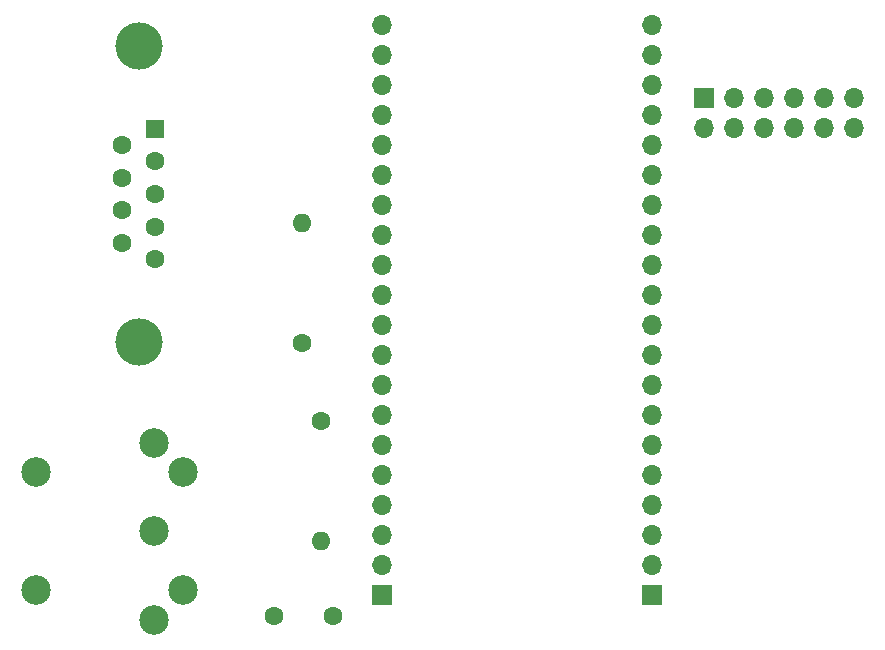
<source format=gbr>
%TF.GenerationSoftware,KiCad,Pcbnew,7.0.11+1*%
%TF.CreationDate,2024-06-05T10:26:47+01:00*%
%TF.ProjectId,nanoshield,6e616e6f-7368-4696-956c-642e6b696361,rev?*%
%TF.SameCoordinates,Original*%
%TF.FileFunction,Soldermask,Top*%
%TF.FilePolarity,Negative*%
%FSLAX46Y46*%
G04 Gerber Fmt 4.6, Leading zero omitted, Abs format (unit mm)*
G04 Created by KiCad (PCBNEW 7.0.11+1) date 2024-06-05 10:26:47*
%MOMM*%
%LPD*%
G01*
G04 APERTURE LIST*
%ADD10R,1.700000X1.700000*%
%ADD11O,1.700000X1.700000*%
%ADD12C,4.000000*%
%ADD13R,1.600000X1.600000*%
%ADD14C,1.600000*%
%ADD15O,1.600000X1.600000*%
%ADD16C,2.499360*%
G04 APERTURE END LIST*
D10*
%TO.C,J3*%
X122550000Y-81240000D03*
D11*
X122550000Y-78700000D03*
X122550000Y-76160000D03*
X122550000Y-73620000D03*
X122550000Y-71080000D03*
X122550000Y-68540000D03*
X122550000Y-66000000D03*
X122550000Y-63460000D03*
X122550000Y-60920000D03*
X122550000Y-58380000D03*
X122550000Y-55840000D03*
X122550000Y-53300000D03*
X122550000Y-50760000D03*
X122550000Y-48220000D03*
X122550000Y-45680000D03*
X122550000Y-43140000D03*
X122550000Y-40600000D03*
X122550000Y-38060000D03*
X122550000Y-35520000D03*
X122550000Y-32980000D03*
%TD*%
D10*
%TO.C,J1*%
X145410000Y-81240000D03*
D11*
X145410000Y-78700000D03*
X145410000Y-76160000D03*
X145410000Y-73620000D03*
X145410000Y-71080000D03*
X145410000Y-68540000D03*
X145410000Y-66000000D03*
X145410000Y-63460000D03*
X145410000Y-60920000D03*
X145410000Y-58380000D03*
X145410000Y-55840000D03*
X145410000Y-53300000D03*
X145410000Y-50760000D03*
X145410000Y-48220000D03*
X145410000Y-45680000D03*
X145410000Y-43140000D03*
X145410000Y-40600000D03*
X145410000Y-38060000D03*
X145410000Y-35520000D03*
X145410000Y-32980000D03*
%TD*%
D12*
%TO.C,J2*%
X101900000Y-34750000D03*
X101900000Y-59750000D03*
D13*
X103320000Y-41710000D03*
D14*
X103320000Y-44480000D03*
X103320000Y-47250000D03*
X103320000Y-50020000D03*
X103320000Y-52790000D03*
X100480000Y-43095000D03*
X100480000Y-45865000D03*
X100480000Y-48635000D03*
X100480000Y-51405000D03*
%TD*%
%TO.C,C1*%
X118400000Y-82950000D03*
X113400000Y-82950000D03*
%TD*%
%TO.C,R1*%
X117350000Y-66470000D03*
D15*
X117350000Y-76630000D03*
%TD*%
D16*
%TO.C,J5*%
X93202600Y-70798740D03*
X93202600Y-80801260D03*
X103197500Y-83298080D03*
X103200040Y-75800000D03*
X103197500Y-68301920D03*
X105699400Y-80796180D03*
X105699400Y-70803820D03*
%TD*%
D14*
%TO.C,R2*%
X115700000Y-59880000D03*
D15*
X115700000Y-49720000D03*
%TD*%
D10*
%TO.C,J4*%
X149800000Y-39160000D03*
D11*
X149800000Y-41700000D03*
X152340000Y-39160000D03*
X152340000Y-41700000D03*
X154880000Y-39160000D03*
X154880000Y-41700000D03*
X157420000Y-39160000D03*
X157420000Y-41700000D03*
X159960000Y-39160000D03*
X159960000Y-41700000D03*
X162500000Y-39160000D03*
X162500000Y-41700000D03*
%TD*%
M02*

</source>
